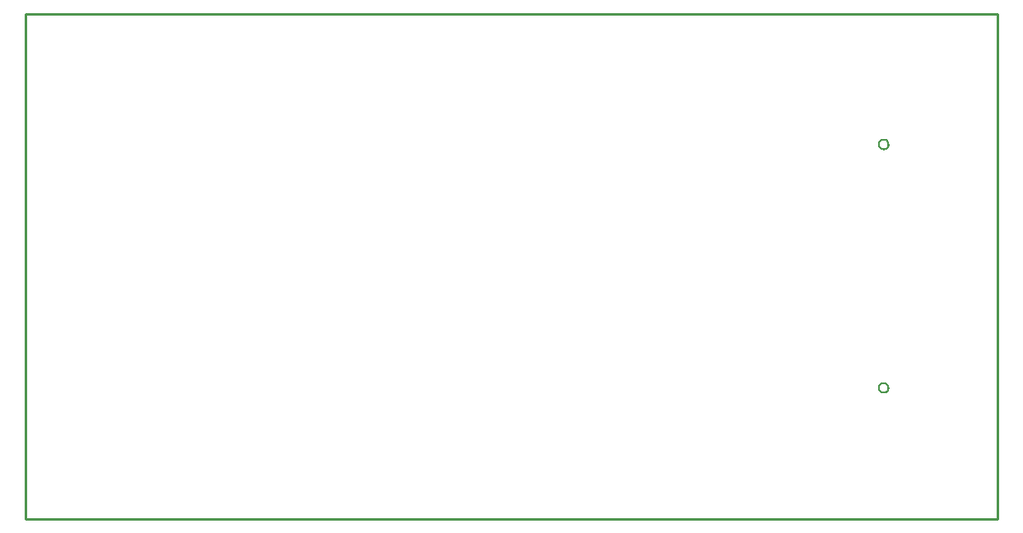
<source format=gbr>
G75*
G70*
%OFA0B0*%
%FSLAX24Y24*%
%IPPOS*%
%LPD*%
%AMOC8*
5,1,8,0,0,1.08239X$1,22.5*
%
%ADD10C,0.0100*%
%ADD11C,0.0000*%
%ADD12C,0.0060*%
D10*
X000151Y002338D02*
X039128Y002338D01*
X039521Y002338D01*
X039521Y022811D01*
X000151Y022811D01*
X000151Y002338D01*
X039128Y002338D02*
X039151Y002338D01*
D11*
X034701Y007658D02*
X034703Y007686D01*
X034709Y007714D01*
X034719Y007741D01*
X034733Y007766D01*
X034750Y007789D01*
X034770Y007809D01*
X034793Y007826D01*
X034818Y007840D01*
X034845Y007850D01*
X034873Y007856D01*
X034901Y007858D01*
X034929Y007856D01*
X034957Y007850D01*
X034984Y007840D01*
X035009Y007826D01*
X035032Y007809D01*
X035052Y007789D01*
X035069Y007766D01*
X035083Y007741D01*
X035093Y007714D01*
X035099Y007686D01*
X035101Y007658D01*
X035099Y007630D01*
X035093Y007602D01*
X035083Y007575D01*
X035069Y007550D01*
X035052Y007527D01*
X035032Y007507D01*
X035009Y007490D01*
X034984Y007476D01*
X034957Y007466D01*
X034929Y007460D01*
X034901Y007458D01*
X034873Y007460D01*
X034845Y007466D01*
X034818Y007476D01*
X034793Y007490D01*
X034770Y007507D01*
X034750Y007527D01*
X034733Y007550D01*
X034719Y007575D01*
X034709Y007602D01*
X034703Y007630D01*
X034701Y007658D01*
X034701Y017518D02*
X034703Y017546D01*
X034709Y017574D01*
X034719Y017601D01*
X034733Y017626D01*
X034750Y017649D01*
X034770Y017669D01*
X034793Y017686D01*
X034818Y017700D01*
X034845Y017710D01*
X034873Y017716D01*
X034901Y017718D01*
X034929Y017716D01*
X034957Y017710D01*
X034984Y017700D01*
X035009Y017686D01*
X035032Y017669D01*
X035052Y017649D01*
X035069Y017626D01*
X035083Y017601D01*
X035093Y017574D01*
X035099Y017546D01*
X035101Y017518D01*
X035099Y017490D01*
X035093Y017462D01*
X035083Y017435D01*
X035069Y017410D01*
X035052Y017387D01*
X035032Y017367D01*
X035009Y017350D01*
X034984Y017336D01*
X034957Y017326D01*
X034929Y017320D01*
X034901Y017318D01*
X034873Y017320D01*
X034845Y017326D01*
X034818Y017336D01*
X034793Y017350D01*
X034770Y017367D01*
X034750Y017387D01*
X034733Y017410D01*
X034719Y017435D01*
X034709Y017462D01*
X034703Y017490D01*
X034701Y017518D01*
D12*
X034703Y017526D02*
X034705Y017554D01*
X034711Y017582D01*
X034721Y017608D01*
X034734Y017633D01*
X034751Y017656D01*
X034771Y017676D01*
X034794Y017693D01*
X034819Y017706D01*
X034845Y017716D01*
X034873Y017722D01*
X034901Y017724D01*
X034929Y017722D01*
X034957Y017716D01*
X034983Y017706D01*
X035008Y017693D01*
X035031Y017676D01*
X035051Y017656D01*
X035068Y017633D01*
X035081Y017608D01*
X035091Y017582D01*
X035097Y017554D01*
X035099Y017526D01*
X035097Y017498D01*
X035091Y017470D01*
X035081Y017444D01*
X035068Y017419D01*
X035051Y017396D01*
X035031Y017376D01*
X035008Y017359D01*
X034983Y017346D01*
X034957Y017336D01*
X034929Y017330D01*
X034901Y017328D01*
X034873Y017330D01*
X034845Y017336D01*
X034819Y017346D01*
X034794Y017359D01*
X034771Y017376D01*
X034751Y017396D01*
X034734Y017419D01*
X034721Y017444D01*
X034711Y017470D01*
X034705Y017498D01*
X034703Y017526D01*
X034704Y007659D02*
X034706Y007687D01*
X034712Y007715D01*
X034722Y007741D01*
X034735Y007766D01*
X034752Y007788D01*
X034772Y007808D01*
X034794Y007825D01*
X034819Y007838D01*
X034845Y007848D01*
X034873Y007854D01*
X034901Y007856D01*
X034929Y007854D01*
X034957Y007848D01*
X034983Y007838D01*
X035008Y007825D01*
X035030Y007808D01*
X035050Y007788D01*
X035067Y007766D01*
X035080Y007741D01*
X035090Y007715D01*
X035096Y007687D01*
X035098Y007659D01*
X035096Y007631D01*
X035090Y007603D01*
X035080Y007577D01*
X035067Y007552D01*
X035050Y007530D01*
X035030Y007510D01*
X035008Y007493D01*
X034983Y007480D01*
X034957Y007470D01*
X034929Y007464D01*
X034901Y007462D01*
X034873Y007464D01*
X034845Y007470D01*
X034819Y007480D01*
X034794Y007493D01*
X034772Y007510D01*
X034752Y007530D01*
X034735Y007552D01*
X034722Y007577D01*
X034712Y007603D01*
X034706Y007631D01*
X034704Y007659D01*
M02*

</source>
